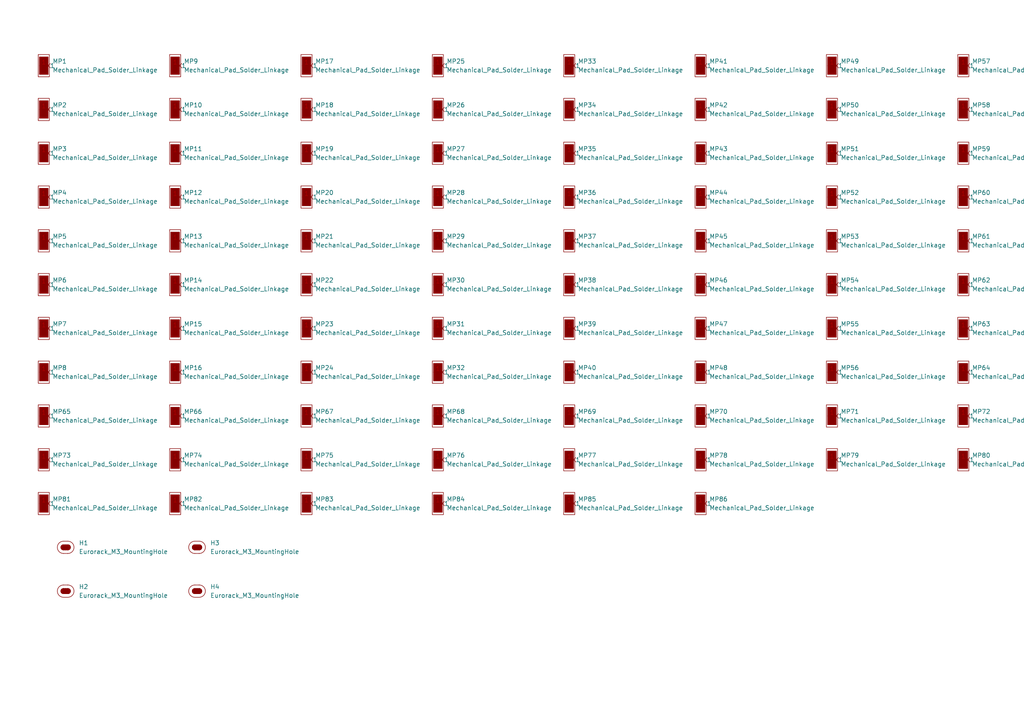
<source format=kicad_sch>
(kicad_sch (version 20231120) (generator "eeschema") (generator_version "8.0")
  (paper "A4")
  (lib_symbols
    (symbol "EXC:Eurorack_M3_MountingHole" (pin_names (offset 1.016)) (exclude_from_sim yes) (in_bom no)
      (property "Reference" "H" (at 0 5.08 0))
      (property "Value" "Eurorack_M3_MountingHole" (at 0 3.175 0))
      (symbol "Eurorack_M3_MountingHole_0_1"
        (circle (center -0.635 0) (radius 0.762) (fill (type outline)))
        (arc (start -0.635 0.762) (mid -1.397 0) (end -0.635 -0.762))
        (arc (start -0.635 1.778) (mid -2.413 0) (end -0.635 -1.778))
        (polyline (pts (xy -0.635 -1.778) (xy 0.635 -1.778)))
        (polyline (pts (xy -0.635 -0.762) (xy 0.635 -0.762)))
        (polyline (pts (xy -0.635 0.762) (xy 0.635 0.762)))
        (polyline (pts (xy 0.635 1.778) (xy -0.635 1.778)))
        (circle (center 0 0) (radius 0.762) (fill (type outline)))
        (arc (start 0.6141 -1.778) (mid 2.4131 0) (end 0.6141 1.778))
        (arc (start 0.6227 -0.762) (mid 1.3971 0) (end 0.6227 0.762))
        (circle (center 0.635 0) (radius 0.762) (fill (type outline)))
      )
    )
    (symbol "EXC:Mechanical_Pad_Solder_Linkage"
      (property "Reference" "MP" (at 0 4.318 0))
      (property "Value" "Mechanical_Pad_Solder_Linkage" (at 0 -4.318 0))
      (symbol "Mechanical_Pad_Solder_Linkage_0_1"
        (rectangle (start -1.6129 3.2258) (end 1.6129 -3.2258))
        (rectangle (start -1.27 2.54) (end 1.27 -2.54) (fill (type outline)))
      )
      (symbol "Mechanical_Pad_Solder_Linkage_1_1"
        (pin bidirectional non_logic (at -1.27 0 0) (length 2.54) (name "1") (number "1"))
      )
    )
  )
  (symbol (lib_id "EXC:Mechanical_Pad_Solder_Linkage") (at 88.9 19.05 0) (unit 1)
    (property "Reference" "MP17" (at 91.44 17.7799 0) (effects (justify left)))
    (property "Value" "Mechanical_Pad_Solder_Linkage" (at 91.44 20.3199 0) (effects (justify left)))
    (property "Footprint" "EXC:SolderWirePad_1x01_SMD_1x2mm" (effects (hide yes)))
    (property "Description" "Solder pad for mechanically connecting PCBs/etc." (effects (hide yes)))
  )
  (symbol (lib_id "EXC:Mechanical_Pad_Solder_Linkage") (at 279.4 31.75 0) (unit 1)
    (property "Reference" "MP58" (at 281.94 30.4799 0) (effects (justify left)))
    (property "Value" "Mechanical_Pad_Solder_Linkage" (at 281.94 33.0199 0) (effects (justify left)))
    (property "Footprint" "EXC:SolderWirePad_1x01_SMD_1x2mm" (effects (hide yes)))
    (property "Description" "Solder pad for mechanically connecting PCBs/etc." (effects (hide yes)))
  )
  (symbol (lib_id "EXC:Mechanical_Pad_Solder_Linkage") (at 241.3 82.55 0) (unit 1)
    (property "Reference" "MP54" (at 243.84 81.2799 0) (effects (justify left)))
    (property "Value" "Mechanical_Pad_Solder_Linkage" (at 243.84 83.8199 0) (effects (justify left)))
    (property "Footprint" "EXC:SolderWirePad_1x01_SMD_1x2mm" (effects (hide yes)))
    (property "Description" "Solder pad for mechanically connecting PCBs/etc." (effects (hide yes)))
  )
  (symbol (lib_id "EXC:Mechanical_Pad_Solder_Linkage") (at 88.9 44.45 0) (unit 1)
    (property "Reference" "MP19" (at 91.44 43.1799 0) (effects (justify left)))
    (property "Value" "Mechanical_Pad_Solder_Linkage" (at 91.44 45.7199 0) (effects (justify left)))
    (property "Footprint" "EXC:SolderWirePad_1x01_SMD_1x2mm" (effects (hide yes)))
    (property "Description" "Solder pad for mechanically connecting PCBs/etc." (effects (hide yes)))
  )
  (symbol (lib_id "EXC:Mechanical_Pad_Solder_Linkage") (at 127 95.25 0) (unit 1)
    (property "Reference" "MP31" (at 129.54 93.9799 0) (effects (justify left)))
    (property "Value" "Mechanical_Pad_Solder_Linkage" (at 129.54 96.5199 0) (effects (justify left)))
    (property "Footprint" "EXC:SolderWirePad_1x01_SMD_1x2mm" (effects (hide yes)))
    (property "Description" "Solder pad for mechanically connecting PCBs/etc." (effects (hide yes)))
  )
  (symbol (lib_id "EXC:Mechanical_Pad_Solder_Linkage") (at 165.1 69.85 0) (unit 1)
    (property "Reference" "MP37" (at 167.64 68.5799 0) (effects (justify left)))
    (property "Value" "Mechanical_Pad_Solder_Linkage" (at 167.64 71.1199 0) (effects (justify left)))
    (property "Footprint" "EXC:SolderWirePad_1x01_SMD_1x2mm" (effects (hide yes)))
    (property "Description" "Solder pad for mechanically connecting PCBs/etc." (effects (hide yes)))
  )
  (symbol (lib_id "EXC:Mechanical_Pad_Solder_Linkage") (at 241.3 44.45 0) (unit 1)
    (property "Reference" "MP51" (at 243.84 43.1799 0) (effects (justify left)))
    (property "Value" "Mechanical_Pad_Solder_Linkage" (at 243.84 45.7199 0) (effects (justify left)))
    (property "Footprint" "EXC:SolderWirePad_1x01_SMD_1x2mm" (effects (hide yes)))
    (property "Description" "Solder pad for mechanically connecting PCBs/etc." (effects (hide yes)))
  )
  (symbol (lib_id "EXC:Mechanical_Pad_Solder_Linkage") (at 203.2 69.85 0) (unit 1)
    (property "Reference" "MP45" (at 205.74 68.5799 0) (effects (justify left)))
    (property "Value" "Mechanical_Pad_Solder_Linkage" (at 205.74 71.1199 0) (effects (justify left)))
    (property "Footprint" "EXC:SolderWirePad_1x01_SMD_1x2mm" (effects (hide yes)))
    (property "Description" "Solder pad for mechanically connecting PCBs/etc." (effects (hide yes)))
  )
  (symbol (lib_id "EXC:Mechanical_Pad_Solder_Linkage") (at 88.9 95.25 0) (unit 1)
    (property "Reference" "MP23" (at 91.44 93.9799 0) (effects (justify left)))
    (property "Value" "Mechanical_Pad_Solder_Linkage" (at 91.44 96.5199 0) (effects (justify left)))
    (property "Footprint" "EXC:SolderWirePad_1x01_SMD_1x2mm" (effects (hide yes)))
    (property "Description" "Solder pad for mechanically connecting PCBs/etc." (effects (hide yes)))
  )
  (symbol (lib_id "EXC:Mechanical_Pad_Solder_Linkage") (at 241.3 133.35 0) (unit 1)
    (property "Reference" "MP79" (at 243.84 132.0799 0) (effects (justify left)))
    (property "Value" "Mechanical_Pad_Solder_Linkage" (at 243.84 134.6199 0) (effects (justify left)))
    (property "Footprint" "EXC:SolderWirePad_1x01_SMD_1x2mm" (effects (hide yes)))
    (property "Description" "Solder pad for mechanically connecting PCBs/etc." (effects (hide yes)))
  )
  (symbol (lib_id "EXC:Mechanical_Pad_Solder_Linkage") (at 279.4 69.85 0) (unit 1)
    (property "Reference" "MP61" (at 281.94 68.5799 0) (effects (justify left)))
    (property "Value" "Mechanical_Pad_Solder_Linkage" (at 281.94 71.1199 0) (effects (justify left)))
    (property "Footprint" "EXC:SolderWirePad_1x01_SMD_1x2mm" (effects (hide yes)))
    (property "Description" "Solder pad for mechanically connecting PCBs/etc." (effects (hide yes)))
  )
  (symbol (lib_id "EXC:Mechanical_Pad_Solder_Linkage") (at 279.4 57.15 0) (unit 1)
    (property "Reference" "MP60" (at 281.94 55.8799 0) (effects (justify left)))
    (property "Value" "Mechanical_Pad_Solder_Linkage" (at 281.94 58.4199 0) (effects (justify left)))
    (property "Footprint" "EXC:SolderWirePad_1x01_SMD_1x2mm" (effects (hide yes)))
    (property "Description" "Solder pad for mechanically connecting PCBs/etc." (effects (hide yes)))
  )
  (symbol (lib_id "EXC:Mechanical_Pad_Solder_Linkage") (at 203.2 133.35 0) (unit 1)
    (property "Reference" "MP78" (at 205.74 132.0799 0) (effects (justify left)))
    (property "Value" "Mechanical_Pad_Solder_Linkage" (at 205.74 134.6199 0) (effects (justify left)))
    (property "Footprint" "EXC:SolderWirePad_1x01_SMD_1x2mm" (effects (hide yes)))
    (property "Description" "Solder pad for mechanically connecting PCBs/etc." (effects (hide yes)))
  )
  (symbol (lib_id "EXC:Mechanical_Pad_Solder_Linkage") (at 203.2 95.25 0) (unit 1)
    (property "Reference" "MP47" (at 205.74 93.9799 0) (effects (justify left)))
    (property "Value" "Mechanical_Pad_Solder_Linkage" (at 205.74 96.5199 0) (effects (justify left)))
    (property "Footprint" "EXC:SolderWirePad_1x01_SMD_1x2mm" (effects (hide yes)))
    (property "Description" "Solder pad for mechanically connecting PCBs/etc." (effects (hide yes)))
  )
  (symbol (lib_id "EXC:Mechanical_Pad_Solder_Linkage") (at 88.9 146.05 0) (unit 1)
    (property "Reference" "MP83" (at 91.44 144.7799 0) (effects (justify left)))
    (property "Value" "Mechanical_Pad_Solder_Linkage" (at 91.44 147.3199 0) (effects (justify left)))
    (property "Footprint" "EXC:SolderWirePad_1x01_SMD_1x2mm" (effects (hide yes)))
    (property "Description" "Solder pad for mechanically connecting PCBs/etc." (effects (hide yes)))
  )
  (symbol (lib_id "EXC:Mechanical_Pad_Solder_Linkage") (at 203.2 19.05 0) (unit 1)
    (property "Reference" "MP41" (at 205.74 17.7799 0) (effects (justify left)))
    (property "Value" "Mechanical_Pad_Solder_Linkage" (at 205.74 20.3199 0) (effects (justify left)))
    (property "Footprint" "EXC:SolderWirePad_1x01_SMD_1x2mm" (effects (hide yes)))
    (property "Description" "Solder pad for mechanically connecting PCBs/etc." (effects (hide yes)))
  )
  (symbol (lib_id "EXC:Eurorack_M3_MountingHole") (at 57.15 158.75 0) (unit 1) (exclude_from_sim yes) (in_bom no)
    (property "Reference" "H3" (at 60.96 157.4799 0) (effects (justify left)))
    (property "Value" "Eurorack_M3_MountingHole" (at 60.96 160.0199 0) (effects (justify left)))
    (property "Footprint" "EXC:MountingHole_3.2mm_M3" (effects (hide yes)))
    (property "Description" "Mounting Hole without connection" (effects (hide yes)))
  )
  (symbol (lib_id "EXC:Mechanical_Pad_Solder_Linkage") (at 127 133.35 0) (unit 1)
    (property "Reference" "MP76" (at 129.54 132.0799 0) (effects (justify left)))
    (property "Value" "Mechanical_Pad_Solder_Linkage" (at 129.54 134.6199 0) (effects (justify left)))
    (property "Footprint" "EXC:SolderWirePad_1x01_SMD_1x2mm" (effects (hide yes)))
    (property "Description" "Solder pad for mechanically connecting PCBs/etc." (effects (hide yes)))
  )
  (symbol (lib_id "EXC:Mechanical_Pad_Solder_Linkage") (at 12.7 44.45 0) (unit 1)
    (property "Reference" "MP3" (at 15.24 43.1799 0) (effects (justify left)))
    (property "Value" "Mechanical_Pad_Solder_Linkage" (at 15.24 45.7199 0) (effects (justify left)))
    (property "Footprint" "EXC:SolderWirePad_1x01_SMD_1x2mm" (effects (hide yes)))
    (property "Description" "Solder pad for mechanically connecting PCBs/etc." (effects (hide yes)))
  )
  (symbol (lib_id "EXC:Mechanical_Pad_Solder_Linkage") (at 165.1 146.05 0) (unit 1)
    (property "Reference" "MP85" (at 167.64 144.7799 0) (effects (justify left)))
    (property "Value" "Mechanical_Pad_Solder_Linkage" (at 167.64 147.3199 0) (effects (justify left)))
    (property "Footprint" "EXC:SolderWirePad_1x01_SMD_1x2mm" (effects (hide yes)))
    (property "Description" "Solder pad for mechanically connecting PCBs/etc." (effects (hide yes)))
  )
  (symbol (lib_id "EXC:Mechanical_Pad_Solder_Linkage") (at 127 69.85 0) (unit 1)
    (property "Reference" "MP29" (at 129.54 68.5799 0) (effects (justify left)))
    (property "Value" "Mechanical_Pad_Solder_Linkage" (at 129.54 71.1199 0) (effects (justify left)))
    (property "Footprint" "EXC:SolderWirePad_1x01_SMD_1x2mm" (effects (hide yes)))
    (property "Description" "Solder pad for mechanically connecting PCBs/etc." (effects (hide yes)))
  )
  (symbol (lib_id "EXC:Mechanical_Pad_Solder_Linkage") (at 12.7 82.55 0) (unit 1)
    (property "Reference" "MP6" (at 15.24 81.2799 0) (effects (justify left)))
    (property "Value" "Mechanical_Pad_Solder_Linkage" (at 15.24 83.8199 0) (effects (justify left)))
    (property "Footprint" "EXC:SolderWirePad_1x01_SMD_1x2mm" (effects (hide yes)))
    (property "Description" "Solder pad for mechanically connecting PCBs/etc." (effects (hide yes)))
  )
  (symbol (lib_id "EXC:Mechanical_Pad_Solder_Linkage") (at 203.2 120.65 0) (unit 1)
    (property "Reference" "MP70" (at 205.74 119.3799 0) (effects (justify left)))
    (property "Value" "Mechanical_Pad_Solder_Linkage" (at 205.74 121.9199 0) (effects (justify left)))
    (property "Footprint" "EXC:SolderWirePad_1x01_SMD_1x2mm" (effects (hide yes)))
    (property "Description" "Solder pad for mechanically connecting PCBs/etc." (effects (hide yes)))
  )
  (symbol (lib_id "EXC:Mechanical_Pad_Solder_Linkage") (at 165.1 107.95 0) (unit 1)
    (property "Reference" "MP40" (at 167.64 106.6799 0) (effects (justify left)))
    (property "Value" "Mechanical_Pad_Solder_Linkage" (at 167.64 109.2199 0) (effects (justify left)))
    (property "Footprint" "EXC:SolderWirePad_1x01_SMD_1x2mm" (effects (hide yes)))
    (property "Description" "Solder pad for mechanically connecting PCBs/etc." (effects (hide yes)))
  )
  (symbol (lib_id "EXC:Mechanical_Pad_Solder_Linkage") (at 203.2 31.75 0) (unit 1)
    (property "Reference" "MP42" (at 205.74 30.4799 0) (effects (justify left)))
    (property "Value" "Mechanical_Pad_Solder_Linkage" (at 205.74 33.0199 0) (effects (justify left)))
    (property "Footprint" "EXC:SolderWirePad_1x01_SMD_1x2mm" (effects (hide yes)))
    (property "Description" "Solder pad for mechanically connecting PCBs/etc." (effects (hide yes)))
  )
  (symbol (lib_id "EXC:Mechanical_Pad_Solder_Linkage") (at 241.3 31.75 0) (unit 1)
    (property "Reference" "MP50" (at 243.84 30.4799 0) (effects (justify left)))
    (property "Value" "Mechanical_Pad_Solder_Linkage" (at 243.84 33.0199 0) (effects (justify left)))
    (property "Footprint" "EXC:SolderWirePad_1x01_SMD_1x2mm" (effects (hide yes)))
    (property "Description" "Solder pad for mechanically connecting PCBs/etc." (effects (hide yes)))
  )
  (symbol (lib_id "EXC:Mechanical_Pad_Solder_Linkage") (at 12.7 57.15 0) (unit 1)
    (property "Reference" "MP4" (at 15.24 55.8799 0) (effects (justify left)))
    (property "Value" "Mechanical_Pad_Solder_Linkage" (at 15.24 58.4199 0) (effects (justify left)))
    (property "Footprint" "EXC:SolderWirePad_1x01_SMD_1x2mm" (effects (hide yes)))
    (property "Description" "Solder pad for mechanically connecting PCBs/etc." (effects (hide yes)))
  )
  (symbol (lib_id "EXC:Mechanical_Pad_Solder_Linkage") (at 50.8 107.95 0) (unit 1)
    (property "Reference" "MP16" (at 53.34 106.6799 0) (effects (justify left)))
    (property "Value" "Mechanical_Pad_Solder_Linkage" (at 53.34 109.2199 0) (effects (justify left)))
    (property "Footprint" "EXC:SolderWirePad_1x01_SMD_1x2mm" (effects (hide yes)))
    (property "Description" "Solder pad for mechanically connecting PCBs/etc." (effects (hide yes)))
  )
  (symbol (lib_id "EXC:Mechanical_Pad_Solder_Linkage") (at 203.2 107.95 0) (unit 1)
    (property "Reference" "MP48" (at 205.74 106.6799 0) (effects (justify left)))
    (property "Value" "Mechanical_Pad_Solder_Linkage" (at 205.74 109.2199 0) (effects (justify left)))
    (property "Footprint" "EXC:SolderWirePad_1x01_SMD_1x2mm" (effects (hide yes)))
    (property "Description" "Solder pad for mechanically connecting PCBs/etc." (effects (hide yes)))
  )
  (symbol (lib_id "EXC:Mechanical_Pad_Solder_Linkage") (at 88.9 57.15 0) (unit 1)
    (property "Reference" "MP20" (at 91.44 55.8799 0) (effects (justify left)))
    (property "Value" "Mechanical_Pad_Solder_Linkage" (at 91.44 58.4199 0) (effects (justify left)))
    (property "Footprint" "EXC:SolderWirePad_1x01_SMD_1x2mm" (effects (hide yes)))
    (property "Description" "Solder pad for mechanically connecting PCBs/etc." (effects (hide yes)))
  )
  (symbol (lib_id "EXC:Mechanical_Pad_Solder_Linkage") (at 165.1 95.25 0) (unit 1)
    (property "Reference" "MP39" (at 167.64 93.9799 0) (effects (justify left)))
    (property "Value" "Mechanical_Pad_Solder_Linkage" (at 167.64 96.5199 0) (effects (justify left)))
    (property "Footprint" "EXC:SolderWirePad_1x01_SMD_1x2mm" (effects (hide yes)))
    (property "Description" "Solder pad for mechanically connecting PCBs/etc." (effects (hide yes)))
  )
  (symbol (lib_id "EXC:Mechanical_Pad_Solder_Linkage") (at 279.4 120.65 0) (unit 1)
    (property "Reference" "MP72" (at 281.94 119.3799 0) (effects (justify left)))
    (property "Value" "Mechanical_Pad_Solder_Linkage" (at 281.94 121.9199 0) (effects (justify left)))
    (property "Footprint" "EXC:SolderWirePad_1x01_SMD_1x2mm" (effects (hide yes)))
    (property "Description" "Solder pad for mechanically connecting PCBs/etc." (effects (hide yes)))
  )
  (symbol (lib_id "EXC:Mechanical_Pad_Solder_Linkage") (at 12.7 19.05 0) (unit 1)
    (property "Reference" "MP1" (at 15.24 17.7799 0) (effects (justify left)))
    (property "Value" "Mechanical_Pad_Solder_Linkage" (at 15.24 20.3199 0) (effects (justify left)))
    (property "Footprint" "EXC:SolderWirePad_1x01_SMD_1x2mm" (effects (hide yes)))
    (property "Description" "Solder pad for mechanically connecting PCBs/etc." (effects (hide yes)))
  )
  (symbol (lib_id "EXC:Mechanical_Pad_Solder_Linkage") (at 50.8 82.55 0) (unit 1)
    (property "Reference" "MP14" (at 53.34 81.2799 0) (effects (justify left)))
    (property "Value" "Mechanical_Pad_Solder_Linkage" (at 53.34 83.8199 0) (effects (justify left)))
    (property "Footprint" "EXC:SolderWirePad_1x01_SMD_1x2mm" (effects (hide yes)))
    (property "Description" "Solder pad for mechanically connecting PCBs/etc." (effects (hide yes)))
  )
  (symbol (lib_id "EXC:Mechanical_Pad_Solder_Linkage") (at 12.7 31.75 0) (unit 1)
    (property "Reference" "MP2" (at 15.24 30.4799 0) (effects (justify left)))
    (property "Value" "Mechanical_Pad_Solder_Linkage" (at 15.24 33.0199 0) (effects (justify left)))
    (property "Footprint" "EXC:SolderWirePad_1x01_SMD_1x2mm" (effects (hide yes)))
    (property "Description" "Solder pad for mechanically connecting PCBs/etc." (effects (hide yes)))
  )
  (symbol (lib_id "EXC:Mechanical_Pad_Solder_Linkage") (at 203.2 82.55 0) (unit 1)
    (property "Reference" "MP46" (at 205.74 81.2799 0) (effects (justify left)))
    (property "Value" "Mechanical_Pad_Solder_Linkage" (at 205.74 83.8199 0) (effects (justify left)))
    (property "Footprint" "EXC:SolderWirePad_1x01_SMD_1x2mm" (effects (hide yes)))
    (property "Description" "Solder pad for mechanically connecting PCBs/etc." (effects (hide yes)))
  )
  (symbol (lib_id "EXC:Mechanical_Pad_Solder_Linkage") (at 127 44.45 0) (unit 1)
    (property "Reference" "MP27" (at 129.54 43.1799 0) (effects (justify left)))
    (property "Value" "Mechanical_Pad_Solder_Linkage" (at 129.54 45.7199 0) (effects (justify left)))
    (property "Footprint" "EXC:SolderWirePad_1x01_SMD_1x2mm" (effects (hide yes)))
    (property "Description" "Solder pad for mechanically connecting PCBs/etc." (effects (hide yes)))
  )
  (symbol (lib_id "EXC:Mechanical_Pad_Solder_Linkage") (at 12.7 95.25 0) (unit 1)
    (property "Reference" "MP7" (at 15.24 93.9799 0) (effects (justify left)))
    (property "Value" "Mechanical_Pad_Solder_Linkage" (at 15.24 96.5199 0) (effects (justify left)))
    (property "Footprint" "EXC:SolderWirePad_1x01_SMD_1x2mm" (effects (hide yes)))
    (property "Description" "Solder pad for mechanically connecting PCBs/etc." (effects (hide yes)))
  )
  (symbol (lib_id "EXC:Mechanical_Pad_Solder_Linkage") (at 165.1 31.75 0) (unit 1)
    (property "Reference" "MP34" (at 167.64 30.4799 0) (effects (justify left)))
    (property "Value" "Mechanical_Pad_Solder_Linkage" (at 167.64 33.0199 0) (effects (justify left)))
    (property "Footprint" "EXC:SolderWirePad_1x01_SMD_1x2mm" (effects (hide yes)))
    (property "Description" "Solder pad for mechanically connecting PCBs/etc." (effects (hide yes)))
  )
  (symbol (lib_id "EXC:Mechanical_Pad_Solder_Linkage") (at 127 82.55 0) (unit 1)
    (property "Reference" "MP30" (at 129.54 81.2799 0) (effects (justify left)))
    (property "Value" "Mechanical_Pad_Solder_Linkage" (at 129.54 83.8199 0) (effects (justify left)))
    (property "Footprint" "EXC:SolderWirePad_1x01_SMD_1x2mm" (effects (hide yes)))
    (property "Description" "Solder pad for mechanically connecting PCBs/etc." (effects (hide yes)))
  )
  (symbol (lib_id "EXC:Mechanical_Pad_Solder_Linkage") (at 50.8 95.25 0) (unit 1)
    (property "Reference" "MP15" (at 53.34 93.9799 0) (effects (justify left)))
    (property "Value" "Mechanical_Pad_Solder_Linkage" (at 53.34 96.5199 0) (effects (justify left)))
    (property "Footprint" "EXC:SolderWirePad_1x01_SMD_1x2mm" (effects (hide yes)))
    (property "Description" "Solder pad for mechanically connecting PCBs/etc." (effects (hide yes)))
  )
  (symbol (lib_id "EXC:Mechanical_Pad_Solder_Linkage") (at 241.3 120.65 0) (unit 1)
    (property "Reference" "MP71" (at 243.84 119.3799 0) (effects (justify left)))
    (property "Value" "Mechanical_Pad_Solder_Linkage" (at 243.84 121.9199 0) (effects (justify left)))
    (property "Footprint" "EXC:SolderWirePad_1x01_SMD_1x2mm" (effects (hide yes)))
    (property "Description" "Solder pad for mechanically connecting PCBs/etc." (effects (hide yes)))
  )
  (symbol (lib_id "EXC:Mechanical_Pad_Solder_Linkage") (at 12.7 69.85 0) (unit 1)
    (property "Reference" "MP5" (at 15.24 68.5799 0) (effects (justify left)))
    (property "Value" "Mechanical_Pad_Solder_Linkage" (at 15.24 71.1199 0) (effects (justify left)))
    (property "Footprint" "EXC:SolderWirePad_1x01_SMD_1x2mm" (effects (hide yes)))
    (property "Description" "Solder pad for mechanically connecting PCBs/etc." (effects (hide yes)))
  )
  (symbol (lib_id "EXC:Mechanical_Pad_Solder_Linkage") (at 203.2 44.45 0) (unit 1)
    (property "Reference" "MP43" (at 205.74 43.1799 0) (effects (justify left)))
    (property "Value" "Mechanical_Pad_Solder_Linkage" (at 205.74 45.7199 0) (effects (justify left)))
    (property "Footprint" "EXC:SolderWirePad_1x01_SMD_1x2mm" (effects (hide yes)))
    (property "Description" "Solder pad for mechanically connecting PCBs/etc." (effects (hide yes)))
  )
  (symbol (lib_id "EXC:Mechanical_Pad_Solder_Linkage") (at 127 57.15 0) (unit 1)
    (property "Reference" "MP28" (at 129.54 55.8799 0) (effects (justify left)))
    (property "Value" "Mechanical_Pad_Solder_Linkage" (at 129.54 58.4199 0) (effects (justify left)))
    (property "Footprint" "EXC:SolderWirePad_1x01_SMD_1x2mm" (effects (hide yes)))
    (property "Description" "Solder pad for mechanically connecting PCBs/etc." (effects (hide yes)))
  )
  (symbol (lib_id "EXC:Mechanical_Pad_Solder_Linkage") (at 50.8 31.75 0) (unit 1)
    (property "Reference" "MP10" (at 53.34 30.4799 0) (effects (justify left)))
    (property "Value" "Mechanical_Pad_Solder_Linkage" (at 53.34 33.0199 0) (effects (justify left)))
    (property "Footprint" "EXC:SolderWirePad_1x01_SMD_1x2mm" (effects (hide yes)))
    (property "Description" "Solder pad for mechanically connecting PCBs/etc." (effects (hide yes)))
  )
  (symbol (lib_id "EXC:Mechanical_Pad_Solder_Linkage") (at 165.1 120.65 0) (unit 1)
    (property "Reference" "MP69" (at 167.64 119.3799 0) (effects (justify left)))
    (property "Value" "Mechanical_Pad_Solder_Linkage" (at 167.64 121.9199 0) (effects (justify left)))
    (property "Footprint" "EXC:SolderWirePad_1x01_SMD_1x2mm" (effects (hide yes)))
    (property "Description" "Solder pad for mechanically connecting PCBs/etc." (effects (hide yes)))
  )
  (symbol (lib_id "EXC:Eurorack_M3_MountingHole") (at 19.05 171.45 0) (unit 1) (exclude_from_sim yes) (in_bom no)
    (property "Reference" "H2" (at 22.86 170.1799 0) (effects (justify left)))
    (property "Value" "Eurorack_M3_MountingHole" (at 22.86 172.7199 0) (effects (justify left)))
    (property "Footprint" "EXC:MountingHole_3.2mm_M3" (effects (hide yes)))
    (property "Description" "Mounting Hole without connection" (effects (hide yes)))
  )
  (symbol (lib_id "EXC:Mechanical_Pad_Solder_Linkage") (at 241.3 95.25 0) (unit 1)
    (property "Reference" "MP55" (at 243.84 93.9799 0) (effects (justify left)))
    (property "Value" "Mechanical_Pad_Solder_Linkage" (at 243.84 96.5199 0) (effects (justify left)))
    (property "Footprint" "EXC:SolderWirePad_1x01_SMD_1x2mm" (effects (hide yes)))
    (property "Description" "Solder pad for mechanically connecting PCBs/etc." (effects (hide yes)))
  )
  (symbol (lib_id "EXC:Mechanical_Pad_Solder_Linkage") (at 279.4 82.55 0) (unit 1)
    (property "Reference" "MP62" (at 281.94 81.2799 0) (effects (justify left)))
    (property "Value" "Mechanical_Pad_Solder_Linkage" (at 281.94 83.8199 0) (effects (justify left)))
    (property "Footprint" "EXC:SolderWirePad_1x01_SMD_1x2mm" (effects (hide yes)))
    (property "Description" "Solder pad for mechanically connecting PCBs/etc." (effects (hide yes)))
  )
  (symbol (lib_id "EXC:Mechanical_Pad_Solder_Linkage") (at 203.2 146.05 0) (unit 1)
    (property "Reference" "MP86" (at 205.74 144.7799 0) (effects (justify left)))
    (property "Value" "Mechanical_Pad_Solder_Linkage" (at 205.74 147.3199 0) (effects (justify left)))
    (property "Footprint" "EXC:SolderWirePad_1x01_SMD_1x2mm" (effects (hide yes)))
    (property "Description" "Solder pad for mechanically connecting PCBs/etc." (effects (hide yes)))
  )
  (symbol (lib_id "EXC:Mechanical_Pad_Solder_Linkage") (at 279.4 95.25 0) (unit 1)
    (property "Reference" "MP63" (at 281.94 93.9799 0) (effects (justify left)))
    (property "Value" "Mechanical_Pad_Solder_Linkage" (at 281.94 96.5199 0) (effects (justify left)))
    (property "Footprint" "EXC:SolderWirePad_1x01_SMD_1x2mm" (effects (hide yes)))
    (property "Description" "Solder pad for mechanically connecting PCBs/etc." (effects (hide yes)))
  )
  (symbol (lib_id "EXC:Mechanical_Pad_Solder_Linkage") (at 241.3 19.05 0) (unit 1)
    (property "Reference" "MP49" (at 243.84 17.7799 0) (effects (justify left)))
    (property "Value" "Mechanical_Pad_Solder_Linkage" (at 243.84 20.3199 0) (effects (justify left)))
    (property "Footprint" "EXC:SolderWirePad_1x01_SMD_1x2mm" (effects (hide yes)))
    (property "Description" "Solder pad for mechanically connecting PCBs/etc." (effects (hide yes)))
  )
  (symbol (lib_id "EXC:Mechanical_Pad_Solder_Linkage") (at 279.4 107.95 0) (unit 1)
    (property "Reference" "MP64" (at 281.94 106.6799 0) (effects (justify left)))
    (property "Value" "Mechanical_Pad_Solder_Linkage" (at 281.94 109.2199 0) (effects (justify left)))
    (property "Footprint" "EXC:SolderWirePad_1x01_SMD_1x2mm" (effects (hide yes)))
    (property "Description" "Solder pad for mechanically connecting PCBs/etc." (effects (hide yes)))
  )
  (symbol (lib_id "EXC:Mechanical_Pad_Solder_Linkage") (at 127 120.65 0) (unit 1)
    (property "Reference" "MP68" (at 129.54 119.3799 0) (effects (justify left)))
    (property "Value" "Mechanical_Pad_Solder_Linkage" (at 129.54 121.9199 0) (effects (justify left)))
    (property "Footprint" "EXC:SolderWirePad_1x01_SMD_1x2mm" (effects (hide yes)))
    (property "Description" "Solder pad for mechanically connecting PCBs/etc." (effects (hide yes)))
  )
  (symbol (lib_id "EXC:Mechanical_Pad_Solder_Linkage") (at 50.8 120.65 0) (unit 1)
    (property "Reference" "MP66" (at 53.34 119.3799 0) (effects (justify left)))
    (property "Value" "Mechanical_Pad_Solder_Linkage" (at 53.34 121.9199 0) (effects (justify left)))
    (property "Footprint" "EXC:SolderWirePad_1x01_SMD_1x2mm" (effects (hide yes)))
    (property "Description" "Solder pad for mechanically connecting PCBs/etc." (effects (hide yes)))
  )
  (symbol (lib_id "EXC:Mechanical_Pad_Solder_Linkage") (at 50.8 19.05 0) (unit 1)
    (property "Reference" "MP9" (at 53.34 17.7799 0) (effects (justify left)))
    (property "Value" "Mechanical_Pad_Solder_Linkage" (at 53.34 20.3199 0) (effects (justify left)))
    (property "Footprint" "EXC:SolderWirePad_1x01_SMD_1x2mm" (effects (hide yes)))
    (property "Description" "Solder pad for mechanically connecting PCBs/etc." (effects (hide yes)))
  )
  (symbol (lib_id "EXC:Mechanical_Pad_Solder_Linkage") (at 165.1 133.35 0) (unit 1)
    (property "Reference" "MP77" (at 167.64 132.0799 0) (effects (justify left)))
    (property "Value" "Mechanical_Pad_Solder_Linkage" (at 167.64 134.6199 0) (effects (justify left)))
    (property "Footprint" "EXC:SolderWirePad_1x01_SMD_1x2mm" (effects (hide yes)))
    (property "Description" "Solder pad for mechanically connecting PCBs/etc." (effects (hide yes)))
  )
  (symbol (lib_id "EXC:Mechanical_Pad_Solder_Linkage") (at 127 19.05 0) (unit 1)
    (property "Reference" "MP25" (at 129.54 17.7799 0) (effects (justify left)))
    (property "Value" "Mechanical_Pad_Solder_Linkage" (at 129.54 20.3199 0) (effects (justify left)))
    (property "Footprint" "EXC:SolderWirePad_1x01_SMD_1x2mm" (effects (hide yes)))
    (property "Description" "Solder pad for mechanically connecting PCBs/etc." (effects (hide yes)))
  )
  (symbol (lib_id "EXC:Mechanical_Pad_Solder_Linkage") (at 241.3 57.15 0) (unit 1)
    (property "Reference" "MP52" (at 243.84 55.8799 0) (effects (justify left)))
    (property "Value" "Mechanical_Pad_Solder_Linkage" (at 243.84 58.4199 0) (effects (justify left)))
    (property "Footprint" "EXC:SolderWirePad_1x01_SMD_1x2mm" (effects (hide yes)))
    (property "Description" "Solder pad for mechanically connecting PCBs/etc." (effects (hide yes)))
  )
  (symbol (lib_id "EXC:Mechanical_Pad_Solder_Linkage") (at 50.8 146.05 0) (unit 1)
    (property "Reference" "MP82" (at 53.34 144.7799 0) (effects (justify left)))
    (property "Value" "Mechanical_Pad_Solder_Linkage" (at 53.34 147.3199 0) (effects (justify left)))
    (property "Footprint" "EXC:SolderWirePad_1x01_SMD_1x2mm" (effects (hide yes)))
    (property "Description" "Solder pad for mechanically connecting PCBs/etc." (effects (hide yes)))
  )
  (symbol (lib_id "EXC:Mechanical_Pad_Solder_Linkage") (at 165.1 44.45 0) (unit 1)
    (property "Reference" "MP35" (at 167.64 43.1799 0) (effects (justify left)))
    (property "Value" "Mechanical_Pad_Solder_Linkage" (at 167.64 45.7199 0) (effects (justify left)))
    (property "Footprint" "EXC:SolderWirePad_1x01_SMD_1x2mm" (effects (hide yes)))
    (property "Description" "Solder pad for mechanically connecting PCBs/etc." (effects (hide yes)))
  )
  (symbol (lib_id "EXC:Mechanical_Pad_Solder_Linkage") (at 88.9 31.75 0) (unit 1)
    (property "Reference" "MP18" (at 91.44 30.4799 0) (effects (justify left)))
    (property "Value" "Mechanical_Pad_Solder_Linkage" (at 91.44 33.0199 0) (effects (justify left)))
    (property "Footprint" "EXC:SolderWirePad_1x01_SMD_1x2mm" (effects (hide yes)))
    (property "Description" "Solder pad for mechanically connecting PCBs/etc." (effects (hide yes)))
  )
  (symbol (lib_id "EXC:Mechanical_Pad_Solder_Linkage") (at 12.7 133.35 0) (unit 1)
    (property "Reference" "MP73" (at 15.24 132.0799 0) (effects (justify left)))
    (property "Value" "Mechanical_Pad_Solder_Linkage" (at 15.24 134.6199 0) (effects (justify left)))
    (property "Footprint" "EXC:SolderWirePad_1x01_SMD_1x2mm" (effects (hide yes)))
    (property "Description" "Solder pad for mechanically connecting PCBs/etc." (effects (hide yes)))
  )
  (symbol (lib_id "EXC:Mechanical_Pad_Solder_Linkage") (at 50.8 44.45 0) (unit 1)
    (property "Reference" "MP11" (at 53.34 43.1799 0) (effects (justify left)))
    (property "Value" "Mechanical_Pad_Solder_Linkage" (at 53.34 45.7199 0) (effects (justify left)))
    (property "Footprint" "EXC:SolderWirePad_1x01_SMD_1x2mm" (effects (hide yes)))
    (property "Description" "Solder pad for mechanically connecting PCBs/etc." (effects (hide yes)))
  )
  (symbol (lib_id "EXC:Mechanical_Pad_Solder_Linkage") (at 88.9 120.65 0) (unit 1)
    (property "Reference" "MP67" (at 91.44 119.3799 0) (effects (justify left)))
    (property "Value" "Mechanical_Pad_Solder_Linkage" (at 91.44 121.9199 0) (effects (justify left)))
    (property "Footprint" "EXC:SolderWirePad_1x01_SMD_1x2mm" (effects (hide yes)))
    (property "Description" "Solder pad for mechanically connecting PCBs/etc." (effects (hide yes)))
  )
  (symbol (lib_id "EXC:Mechanical_Pad_Solder_Linkage") (at 279.4 133.35 0) (unit 1)
    (property "Reference" "MP80" (at 281.94 132.0799 0) (effects (justify left)))
    (property "Value" "Mechanical_Pad_Solder_Linkage" (at 281.94 134.6199 0) (effects (justify left)))
    (property "Footprint" "EXC:SolderWirePad_1x01_SMD_1x2mm" (effects (hide yes)))
    (property "Description" "Solder pad for mechanically connecting PCBs/etc." (effects (hide yes)))
  )
  (symbol (lib_id "EXC:Mechanical_Pad_Solder_Linkage") (at 12.7 107.95 0) (unit 1)
    (property "Reference" "MP8" (at 15.24 106.6799 0) (effects (justify left)))
    (property "Value" "Mechanical_Pad_Solder_Linkage" (at 15.24 109.2199 0) (effects (justify left)))
    (property "Footprint" "EXC:SolderWirePad_1x01_SMD_1x2mm" (effects (hide yes)))
    (property "Description" "Solder pad for mechanically connecting PCBs/etc." (effects (hide yes)))
  )
  (symbol (lib_id "EXC:Mechanical_Pad_Solder_Linkage") (at 88.9 82.55 0) (unit 1)
    (property "Reference" "MP22" (at 91.44 81.2799 0) (effects (justify left)))
    (property "Value" "Mechanical_Pad_Solder_Linkage" (at 91.44 83.8199 0) (effects (justify left)))
    (property "Footprint" "EXC:SolderWirePad_1x01_SMD_1x2mm" (effects (hide yes)))
    (property "Description" "Solder pad for mechanically connecting PCBs/etc." (effects (hide yes)))
  )
  (symbol (lib_id "EXC:Mechanical_Pad_Solder_Linkage") (at 12.7 120.65 0) (unit 1)
    (property "Reference" "MP65" (at 15.24 119.3799 0) (effects (justify left)))
    (property "Value" "Mechanical_Pad_Solder_Linkage" (at 15.24 121.9199 0) (effects (justify left)))
    (property "Footprint" "EXC:SolderWirePad_1x01_SMD_1x2mm" (effects (hide yes)))
    (property "Description" "Solder pad for mechanically connecting PCBs/etc." (effects (hide yes)))
  )
  (symbol (lib_id "EXC:Mechanical_Pad_Solder_Linkage") (at 279.4 19.05 0) (unit 1)
    (property "Reference" "MP57" (at 281.94 17.7799 0) (effects (justify left)))
    (property "Value" "Mechanical_Pad_Solder_Linkage" (at 281.94 20.3199 0) (effects (justify left)))
    (property "Footprint" "EXC:SolderWirePad_1x01_SMD_1x2mm" (effects (hide yes)))
    (property "Description" "Solder pad for mechanically connecting PCBs/etc." (effects (hide yes)))
  )
  (symbol (lib_id "EXC:Mechanical_Pad_Solder_Linkage") (at 50.8 69.85 0) (unit 1)
    (property "Reference" "MP13" (at 53.34 68.5799 0) (effects (justify left)))
    (property "Value" "Mechanical_Pad_Solder_Linkage" (at 53.34 71.1199 0) (effects (justify left)))
    (property "Footprint" "EXC:SolderWirePad_1x01_SMD_1x2mm" (effects (hide yes)))
    (property "Description" "Solder pad for mechanically connecting PCBs/etc." (effects (hide yes)))
  )
  (symbol (lib_id "EXC:Mechanical_Pad_Solder_Linkage") (at 127 107.95 0) (unit 1)
    (property "Reference" "MP32" (at 129.54 106.6799 0) (effects (justify left)))
    (property "Value" "Mechanical_Pad_Solder_Linkage" (at 129.54 109.2199 0) (effects (justify left)))
    (property "Footprint" "EXC:SolderWirePad_1x01_SMD_1x2mm" (effects (hide yes)))
    (property "Description" "Solder pad for mechanically connecting PCBs/etc." (effects (hide yes)))
  )
  (symbol (lib_id "EXC:Mechanical_Pad_Solder_Linkage") (at 88.9 133.35 0) (unit 1)
    (property "Reference" "MP75" (at 91.44 132.0799 0) (effects (justify left)))
    (property "Value" "Mechanical_Pad_Solder_Linkage" (at 91.44 134.6199 0) (effects (justify left)))
    (property "Footprint" "EXC:SolderWirePad_1x01_SMD_1x2mm" (effects (hide yes)))
    (property "Description" "Solder pad for mechanically connecting PCBs/etc." (effects (hide yes)))
  )
  (symbol (lib_id "EXC:Mechanical_Pad_Solder_Linkage") (at 165.1 82.55 0) (unit 1)
    (property "Reference" "MP38" (at 167.64 81.2799 0) (effects (justify left)))
    (property "Value" "Mechanical_Pad_Solder_Linkage" (at 167.64 83.8199 0) (effects (justify left)))
    (property "Footprint" "EXC:SolderWirePad_1x01_SMD_1x2mm" (effects (hide yes)))
    (property "Description" "Solder pad for mechanically connecting PCBs/etc." (effects (hide yes)))
  )
  (symbol (lib_id "EXC:Mechanical_Pad_Solder_Linkage") (at 165.1 57.15 0) (unit 1)
    (property "Reference" "MP36" (at 167.64 55.8799 0) (effects (justify left)))
    (property "Value" "Mechanical_Pad_Solder_Linkage" (at 167.64 58.4199 0) (effects (justify left)))
    (property "Footprint" "EXC:SolderWirePad_1x01_SMD_1x2mm" (effects (hide yes)))
    (property "Description" "Solder pad for mechanically connecting PCBs/etc." (effects (hide yes)))
  )
  (symbol (lib_id "EXC:Eurorack_M3_MountingHole") (at 57.15 171.45 0) (unit 1) (exclude_from_sim yes) (in_bom no)
    (property "Reference" "H4" (at 60.96 170.1799 0) (effects (justify left)))
    (property "Value" "Eurorack_M3_MountingHole" (at 60.96 172.7199 0) (effects (justify left)))
    (property "Footprint" "EXC:MountingHole_3.2mm_M3" (effects (hide yes)))
    (property "Description" "Mounting Hole without connection" (effects (hide yes)))
  )
  (symbol (lib_id "EXC:Mechanical_Pad_Solder_Linkage") (at 241.3 107.95 0) (unit 1)
    (property "Reference" "MP56" (at 243.84 106.6799 0) (effects (justify left)))
    (property "Value" "Mechanical_Pad_Solder_Linkage" (at 243.84 109.2199 0) (effects (justify left)))
    (property "Footprint" "EXC:SolderWirePad_1x01_SMD_1x2mm" (effects (hide yes)))
    (property "Description" "Solder pad for mechanically connecting PCBs/etc." (effects (hide yes)))
  )
  (symbol (lib_id "EXC:Mechanical_Pad_Solder_Linkage") (at 127 31.75 0) (unit 1)
    (property "Reference" "MP26" (at 129.54 30.4799 0) (effects (justify left)))
    (property "Value" "Mechanical_Pad_Solder_Linkage" (at 129.54 33.0199 0) (effects (justify left)))
    (property "Footprint" "EXC:SolderWirePad_1x01_SMD_1x2mm" (effects (hide yes)))
    (property "Description" "Solder pad for mechanically connecting PCBs/etc." (effects (hide yes)))
  )
  (symbol (lib_id "EXC:Mechanical_Pad_Solder_Linkage") (at 50.8 57.15 0) (unit 1)
    (property "Reference" "MP12" (at 53.34 55.8799 0) (effects (justify left)))
    (property "Value" "Mechanical_Pad_Solder_Linkage" (at 53.34 58.4199 0) (effects (justify left)))
    (property "Footprint" "EXC:SolderWirePad_1x01_SMD_1x2mm" (effects (hide yes)))
    (property "Description" "Solder pad for mechanically connecting PCBs/etc." (effects (hide yes)))
  )
  (symbol (lib_id "EXC:Eurorack_M3_MountingHole") (at 19.05 158.75 0) (unit 1) (exclude_from_sim yes) (in_bom no)
    (property "Reference" "H1" (at 22.86 157.4799 0) (effects (justify left)))
    (property "Value" "Eurorack_M3_MountingHole" (at 22.86 160.0199 0) (effects (justify left)))
    (property "Footprint" "EXC:MountingHole_3.2mm_M3" (effects (hide yes)))
    (property "Description" "Mounting Hole without connection" (effects (hide yes)))
  )
  (symbol (lib_id "EXC:Mechanical_Pad_Solder_Linkage") (at 241.3 69.85 0) (unit 1)
    (property "Reference" "MP53" (at 243.84 68.5799 0) (effects (justify left)))
    (property "Value" "Mechanical_Pad_Solder_Linkage" (at 243.84 71.1199 0) (effects (justify left)))
    (property "Footprint" "EXC:SolderWirePad_1x01_SMD_1x2mm" (effects (hide yes)))
    (property "Description" "Solder pad for mechanically connecting PCBs/etc." (effects (hide yes)))
  )
  (symbol (lib_id "EXC:Mechanical_Pad_Solder_Linkage") (at 203.2 57.15 0) (unit 1)
    (property "Reference" "MP44" (at 205.74 55.8799 0) (effects (justify left)))
    (property "Value" "Mechanical_Pad_Solder_Linkage" (at 205.74 58.4199 0) (effects (justify left)))
    (property "Footprint" "EXC:SolderWirePad_1x01_SMD_1x2mm" (effects (hide yes)))
    (property "Description" "Solder pad for mechanically connecting PCBs/etc." (effects (hide yes)))
  )
  (symbol (lib_id "EXC:Mechanical_Pad_Solder_Linkage") (at 88.9 69.85 0) (unit 1)
    (property "Reference" "MP21" (at 91.44 68.5799 0) (effects (justify left)))
    (property "Value" "Mechanical_Pad_Solder_Linkage" (at 91.44 71.1199 0) (effects (justify left)))
    (property "Footprint" "EXC:SolderWirePad_1x01_SMD_1x2mm" (effects (hide yes)))
    (property "Description" "Solder pad for mechanically connecting PCBs/etc." (effects (hide yes)))
  )
  (symbol (lib_id "EXC:Mechanical_Pad_Solder_Linkage") (at 12.7 146.05 0) (unit 1)
    (property "Reference" "MP81" (at 15.24 144.7799 0) (effects (justify left)))
    (property "Value" "Mechanical_Pad_Solder_Linkage" (at 15.24 147.3199 0) (effects (justify left)))
    (property "Footprint" "EXC:SolderWirePad_1x01_SMD_1x2mm" (effects (hide yes)))
    (property "Description" "Solder pad for mechanically connecting PCBs/etc." (effects (hide yes)))
  )
  (symbol (lib_id "EXC:Mechanical_Pad_Solder_Linkage") (at 88.9 107.95 0) (unit 1)
    (property "Reference" "MP24" (at 91.44 106.6799 0) (effects (justify left)))
    (property "Value" "Mechanical_Pad_Solder_Linkage" (at 91.44 109.2199 0) (effects (justify left)))
    (property "Footprint" "EXC:SolderWirePad_1x01_SMD_1x2mm" (effects (hide yes)))
    (property "Description" "Solder pad for mechanically connecting PCBs/etc." (effects (hide yes)))
  )
  (symbol (lib_id "EXC:Mechanical_Pad_Solder_Linkage") (at 165.1 19.05 0) (unit 1)
    (property "Reference" "MP33" (at 167.64 17.7799 0) (effects (justify left)))
    (property "Value" "Mechanical_Pad_Solder_Linkage" (at 167.64 20.3199 0) (effects (justify left)))
    (property "Footprint" "EXC:SolderWirePad_1x01_SMD_1x2mm" (effects (hide yes)))
    (property "Description" "Solder pad for mechanically connecting PCBs/etc." (effects (hide yes)))
  )
  (symbol (lib_id "EXC:Mechanical_Pad_Solder_Linkage") (at 50.8 133.35 0) (unit 1)
    (property "Reference" "MP74" (at 53.34 132.0799 0) (effects (justify left)))
    (property "Value" "Mechanical_Pad_Solder_Linkage" (at 53.34 134.6199 0) (effects (justify left)))
    (property "Footprint" "EXC:SolderWirePad_1x01_SMD_1x2mm" (effects (hide yes)))
    (property "Description" "Solder pad for mechanically connecting PCBs/etc." (effects (hide yes)))
  )
  (symbol (lib_id "EXC:Mechanical_Pad_Solder_Linkage") (at 279.4 44.45 0) (unit 1)
    (property "Reference" "MP59" (at 281.94 43.1799 0) (effects (justify left)))
    (property "Value" "Mechanical_Pad_Solder_Linkage" (at 281.94 45.7199 0) (effects (justify left)))
    (property "Footprint" "EXC:SolderWirePad_1x01_SMD_1x2mm" (effects (hide yes)))
    (property "Description" "Solder pad for mechanically connecting PCBs/etc." (effects (hide yes)))
  )
  (symbol (lib_id "EXC:Mechanical_Pad_Solder_Linkage") (at 127 146.05 0) (unit 1)
    (property "Reference" "MP84" (at 129.54 144.7799 0) (effects (justify left)))
    (property "Value" "Mechanical_Pad_Solder_Linkage" (at 129.54 147.3199 0) (effects (justify left)))
    (property "Footprint" "EXC:SolderWirePad_1x01_SMD_1x2mm" (effects (hide yes)))
    (property "Description" "Solder pad for mechanically connecting PCBs/etc." (effects (hide yes)))
  )
)
</source>
